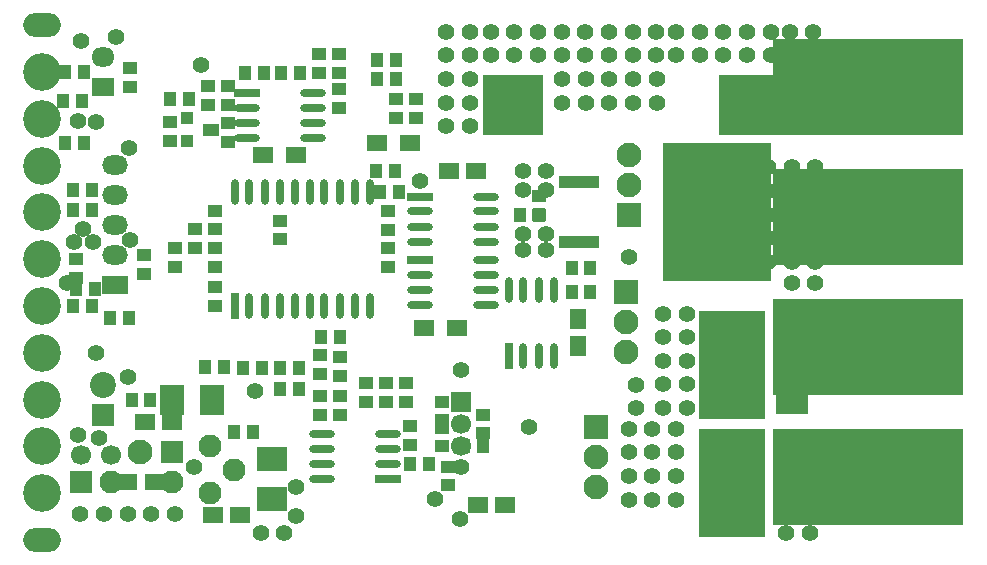
<source format=gts>
%FSLAX42Y42*%
%MOMM*%
G71*
G01*
G75*
%ADD10C,0.45*%
%ADD11R,0.95X0.80*%
%ADD12R,0.80X0.95*%
%ADD13O,2.00X0.50*%
%ADD14R,1.52X1.27*%
%ADD15R,2.00X0.50*%
%ADD16O,0.50X2.00*%
%ADD17R,1.50X1.25*%
%ADD18R,2.54X1.52*%
%ADD19R,1.25X1.50*%
%ADD20R,1.27X0.91*%
%ADD21R,0.91X0.91*%
%ADD22R,0.95X0.90*%
%ADD23R,0.90X0.95*%
%ADD24R,0.50X2.00*%
%ADD25R,2.30X1.90*%
%ADD26R,1.90X2.30*%
%ADD27R,3.20X0.90*%
%ADD28R,9.00X11.50*%
%ADD29C,0.50*%
%ADD30C,0.75*%
%ADD31C,1.90*%
%ADD32C,0.65*%
%ADD33C,1.20*%
%ADD34C,2.15*%
%ADD35R,3.02X1.68*%
%ADD36R,1.90X1.90*%
%ADD37C,3.00*%
%ADD38O,3.00X1.80*%
%ADD39R,16.00X8.00*%
%ADD40R,5.50X9.00*%
%ADD41C,1.90*%
%ADD42R,5.00X5.00*%
%ADD43O,2.00X1.45*%
%ADD44C,1.75*%
%ADD45R,1.75X1.75*%
%ADD46C,1.50*%
%ADD47R,1.75X1.45*%
%ADD48O,1.75X1.45*%
%ADD49R,2.00X1.45*%
%ADD50C,2.00*%
%ADD51R,1.50X1.50*%
%ADD52C,1.20*%
%ADD53R,10.00X3.50*%
%ADD54R,1.15X1.00*%
%ADD55R,1.00X1.15*%
%ADD56O,2.20X0.70*%
%ADD57R,1.73X1.47*%
%ADD58R,2.20X0.70*%
%ADD59O,0.70X2.20*%
%ADD60R,1.70X1.45*%
%ADD61R,2.74X1.73*%
%ADD62R,1.45X1.70*%
%ADD63R,1.47X1.12*%
%ADD64R,1.12X1.12*%
%ADD65R,1.15X1.10*%
%ADD66R,1.10X1.15*%
%ADD67R,0.70X2.20*%
%ADD68R,2.50X2.10*%
%ADD69R,2.10X2.50*%
%ADD70R,3.40X1.10*%
%ADD71R,9.20X11.70*%
%ADD72R,2.10X2.10*%
%ADD73C,3.20*%
%ADD74O,3.20X2.00*%
%ADD75R,16.20X8.20*%
%ADD76R,5.70X9.20*%
%ADD77C,2.10*%
%ADD78R,5.20X5.20*%
%ADD79O,2.20X1.65*%
%ADD80C,1.95*%
%ADD81R,1.95X1.95*%
%ADD82C,1.70*%
%ADD83R,1.95X1.65*%
%ADD84O,1.95X1.65*%
%ADD85R,2.20X1.65*%
%ADD86C,2.20*%
%ADD87R,1.70X1.70*%
%ADD88C,1.40*%
D54*
X8380Y568D02*
D03*
Y728D02*
D03*
X7105Y130D02*
D03*
X5578Y1662D02*
D03*
Y1502D02*
D03*
X5255Y1357D02*
D03*
Y1198D02*
D03*
X5750Y1188D02*
D03*
Y1348D02*
D03*
X6693Y-965D02*
D03*
Y-1125D02*
D03*
X6522Y-965D02*
D03*
Y-1125D02*
D03*
X6693Y-793D02*
D03*
X6522Y-620D02*
D03*
Y-780D02*
D03*
X6693Y-632D02*
D03*
X6685Y1933D02*
D03*
Y1773D02*
D03*
X5470Y292D02*
D03*
Y453D02*
D03*
X5640Y292D02*
D03*
Y133D02*
D03*
X4920Y1812D02*
D03*
Y1652D02*
D03*
X7105Y600D02*
D03*
Y440D02*
D03*
Y290D02*
D03*
X5038Y233D02*
D03*
Y73D02*
D03*
X5640Y-43D02*
D03*
Y-203D02*
D03*
X7088Y-1010D02*
D03*
Y-850D02*
D03*
X7288Y-1380D02*
D03*
Y-1220D02*
D03*
X7607Y-1720D02*
D03*
Y-1560D02*
D03*
X7257Y-850D02*
D03*
Y-1010D02*
D03*
X7335Y1388D02*
D03*
Y1548D02*
D03*
X7903Y-1280D02*
D03*
Y-1120D02*
D03*
X6183Y362D02*
D03*
Y522D02*
D03*
D55*
X8815Y-80D02*
D03*
Y120D02*
D03*
X8218Y568D02*
D03*
X8655Y-80D02*
D03*
X5955Y-1270D02*
D03*
X5795D02*
D03*
X7035Y765D02*
D03*
X7195D02*
D03*
X8655Y120D02*
D03*
X5872Y-725D02*
D03*
X6033D02*
D03*
X7447Y-1543D02*
D03*
X5715Y-720D02*
D03*
X5555D02*
D03*
X6693Y-460D02*
D03*
X6532D02*
D03*
X4353Y1532D02*
D03*
X4512D02*
D03*
X5255Y1550D02*
D03*
X5415D02*
D03*
X4528Y1780D02*
D03*
X4367D02*
D03*
X4930Y-1000D02*
D03*
X5090D02*
D03*
X8378Y568D02*
D03*
X4597Y-200D02*
D03*
X4438D02*
D03*
X4750Y-303D02*
D03*
X4910D02*
D03*
X7288Y-1543D02*
D03*
X7003Y940D02*
D03*
X7903Y-1390D02*
D03*
X7743D02*
D03*
X7162Y940D02*
D03*
X6197Y1773D02*
D03*
X6358D02*
D03*
X6050D02*
D03*
X5890D02*
D03*
X4435Y610D02*
D03*
X4595D02*
D03*
Y782D02*
D03*
X4435D02*
D03*
D56*
X7932Y725D02*
D03*
X7372Y-65D02*
D03*
Y345D02*
D03*
X6543Y-1667D02*
D03*
X6462Y1602D02*
D03*
Y1477D02*
D03*
X5903Y1223D02*
D03*
Y1348D02*
D03*
Y1477D02*
D03*
X7932Y345D02*
D03*
Y190D02*
D03*
Y65D02*
D03*
Y-190D02*
D03*
X7372Y600D02*
D03*
Y470D02*
D03*
X7932Y600D02*
D03*
X7103Y-1412D02*
D03*
X7932Y-65D02*
D03*
X7372Y-190D02*
D03*
Y65D02*
D03*
X7103Y-1543D02*
D03*
Y-1288D02*
D03*
X6543D02*
D03*
Y-1412D02*
D03*
Y-1543D02*
D03*
X7932Y470D02*
D03*
X6462Y1223D02*
D03*
Y1348D02*
D03*
D57*
X7290Y1175D02*
D03*
X7403Y-390D02*
D03*
X7682D02*
D03*
X7011Y1175D02*
D03*
X6320Y1080D02*
D03*
X6041D02*
D03*
D58*
X7372Y190D02*
D03*
X5903Y1602D02*
D03*
X7372Y725D02*
D03*
X7103Y-1667D02*
D03*
D59*
X8503Y-65D02*
D03*
Y-625D02*
D03*
X6947Y762D02*
D03*
X8378Y-65D02*
D03*
X8247D02*
D03*
X6693Y762D02*
D03*
X5928D02*
D03*
X6312D02*
D03*
X6058Y-203D02*
D03*
X6183D02*
D03*
X6312D02*
D03*
X6438D02*
D03*
X6562D02*
D03*
X6693D02*
D03*
X6818D02*
D03*
X6947D02*
D03*
X6818Y762D02*
D03*
X6562D02*
D03*
X6183D02*
D03*
X6058D02*
D03*
X5803D02*
D03*
X8122Y-65D02*
D03*
X8378Y-625D02*
D03*
X8247D02*
D03*
X5928Y-203D02*
D03*
X6438Y762D02*
D03*
D60*
X8093Y-1888D02*
D03*
X7850Y938D02*
D03*
X7620D02*
D03*
X5847Y-1967D02*
D03*
X5617D02*
D03*
X7862Y-1888D02*
D03*
X4895Y-1692D02*
D03*
X5125D02*
D03*
X5272Y-1182D02*
D03*
X5042D02*
D03*
D61*
X10520Y-1375D02*
D03*
Y-1032D02*
D03*
D62*
X8712Y-310D02*
D03*
Y-540D02*
D03*
D63*
X5601Y1291D02*
D03*
D64*
X5397Y1197D02*
D03*
Y1388D02*
D03*
D65*
X5750Y1662D02*
D03*
Y1502D02*
D03*
X6515Y1933D02*
D03*
Y1773D02*
D03*
X5640Y447D02*
D03*
Y607D02*
D03*
X4458Y195D02*
D03*
Y35D02*
D03*
X5295Y130D02*
D03*
Y290D02*
D03*
X6915Y-850D02*
D03*
Y-1010D02*
D03*
X7555Y-1010D02*
D03*
Y-1170D02*
D03*
Y-1390D02*
D03*
Y-1230D02*
D03*
X7168Y1548D02*
D03*
Y1388D02*
D03*
X6685Y1477D02*
D03*
Y1638D02*
D03*
D66*
X6188Y-902D02*
D03*
X6347D02*
D03*
X6350Y-725D02*
D03*
X6190D02*
D03*
X4365Y1175D02*
D03*
X4525D02*
D03*
X4460Y-60D02*
D03*
X4620D02*
D03*
X7168Y1883D02*
D03*
X7007D02*
D03*
Y1720D02*
D03*
X7168D02*
D03*
D67*
X5803Y-203D02*
D03*
X8122Y-625D02*
D03*
D68*
X6120Y-1498D02*
D03*
Y-1838D02*
D03*
D69*
X5612Y-993D02*
D03*
X5272D02*
D03*
D70*
X8718Y342D02*
D03*
X8718Y852D02*
D03*
D71*
X9885Y597D02*
D03*
D72*
X9117Y-80D02*
D03*
X8862Y-1227D02*
D03*
X9145Y568D02*
D03*
D73*
X4175Y1780D02*
D03*
Y1385D02*
D03*
Y988D02*
D03*
Y593D02*
D03*
Y-1785D02*
D03*
Y-595D02*
D03*
Y-200D02*
D03*
Y195D02*
D03*
Y-993D02*
D03*
Y-1388D02*
D03*
D74*
Y-2180D02*
D03*
Y2175D02*
D03*
D75*
X11165Y1652D02*
D03*
Y-1648D02*
D03*
Y-547D02*
D03*
Y553D02*
D03*
D76*
X10015Y-1700D02*
D03*
Y-700D02*
D03*
D77*
X8862Y-1735D02*
D03*
Y-1481D02*
D03*
X9145Y822D02*
D03*
Y1076D02*
D03*
X9117Y-334D02*
D03*
Y-588D02*
D03*
X5000Y-1440D02*
D03*
D78*
X10160Y1502D02*
D03*
X8160D02*
D03*
D79*
X4790Y738D02*
D03*
Y993D02*
D03*
Y482D02*
D03*
Y233D02*
D03*
D80*
X5597Y-1788D02*
D03*
X5592Y-1388D02*
D03*
X5800Y-1588D02*
D03*
X5272Y-1692D02*
D03*
X4755Y-1690D02*
D03*
D81*
X5272Y-1438D02*
D03*
X4692Y-1125D02*
D03*
X4500Y-1690D02*
D03*
D82*
X6120Y-1498D02*
D03*
Y-1838D02*
D03*
X5612Y-993D02*
D03*
X5272D02*
D03*
X4503Y-1462D02*
D03*
X4753D02*
D03*
X7715Y-1390D02*
D03*
Y-1200D02*
D03*
D83*
X4692Y1652D02*
D03*
D84*
Y1908D02*
D03*
D85*
X4790Y-22D02*
D03*
D86*
X4692Y-870D02*
D03*
D87*
X7715Y-1010D02*
D03*
D88*
X10720Y-8D02*
D03*
X10520D02*
D03*
X10720Y973D02*
D03*
Y772D02*
D03*
Y572D02*
D03*
X10520Y772D02*
D03*
Y572D02*
D03*
X10720Y372D02*
D03*
Y173D02*
D03*
X10520Y372D02*
D03*
Y173D02*
D03*
Y973D02*
D03*
X10720Y-208D02*
D03*
Y-407D02*
D03*
X10520Y-208D02*
D03*
Y-407D02*
D03*
X10720Y-607D02*
D03*
Y-807D02*
D03*
X10520Y-607D02*
D03*
Y-807D02*
D03*
Y973D02*
D03*
Y772D02*
D03*
Y572D02*
D03*
X10320Y772D02*
D03*
Y572D02*
D03*
X10520Y372D02*
D03*
Y173D02*
D03*
X10320Y372D02*
D03*
Y173D02*
D03*
Y973D02*
D03*
X8572Y1920D02*
D03*
X8372D02*
D03*
X8172D02*
D03*
X8372Y2120D02*
D03*
X8172D02*
D03*
X7972Y1920D02*
D03*
Y2120D02*
D03*
X8572D02*
D03*
X10340Y1920D02*
D03*
X10140D02*
D03*
X9940D02*
D03*
X10140Y2120D02*
D03*
X9940D02*
D03*
X9740Y1920D02*
D03*
X9540D02*
D03*
X9740Y2120D02*
D03*
X9540D02*
D03*
X10340D02*
D03*
X9372Y1920D02*
D03*
X9172D02*
D03*
X8972D02*
D03*
X9172Y2120D02*
D03*
X8972D02*
D03*
X8772Y1920D02*
D03*
X8572D02*
D03*
X8772Y2120D02*
D03*
X8572D02*
D03*
X9372D02*
D03*
X9375Y1520D02*
D03*
X9175D02*
D03*
X8975D02*
D03*
X9175Y1720D02*
D03*
X8975D02*
D03*
X8775Y1520D02*
D03*
X8575D02*
D03*
X8775Y1720D02*
D03*
X8575D02*
D03*
X9375D02*
D03*
X7793Y2120D02*
D03*
Y1920D02*
D03*
Y1720D02*
D03*
X7593Y1920D02*
D03*
Y1720D02*
D03*
X7793Y1520D02*
D03*
Y1320D02*
D03*
X7593Y1520D02*
D03*
Y1320D02*
D03*
Y2120D02*
D03*
X10703Y2120D02*
D03*
Y1920D02*
D03*
Y1720D02*
D03*
X10503Y1920D02*
D03*
Y1720D02*
D03*
X10703Y1520D02*
D03*
Y1320D02*
D03*
X10503Y1520D02*
D03*
Y1320D02*
D03*
Y2120D02*
D03*
X7710Y-2002D02*
D03*
X6325Y-1975D02*
D03*
X7500Y-1835D02*
D03*
X8297Y-1227D02*
D03*
X7715Y-745D02*
D03*
X6325Y-1733D02*
D03*
X4628Y-603D02*
D03*
X7715Y-1562D02*
D03*
X9145Y215D02*
D03*
X8240Y272D02*
D03*
X8440D02*
D03*
X8240Y940D02*
D03*
Y778D02*
D03*
X8440Y938D02*
D03*
Y778D02*
D03*
X9630Y-1065D02*
D03*
Y-865D02*
D03*
Y-665D02*
D03*
X9630Y-465D02*
D03*
X9630Y-265D02*
D03*
X9430D02*
D03*
Y-465D02*
D03*
Y-665D02*
D03*
Y-865D02*
D03*
Y-1065D02*
D03*
X9520Y167D02*
D03*
Y367D02*
D03*
X9520Y568D02*
D03*
X9520Y768D02*
D03*
X9520Y968D02*
D03*
X9720Y968D02*
D03*
X9920D02*
D03*
X10120Y968D02*
D03*
X10120Y768D02*
D03*
X9720D02*
D03*
X9920D02*
D03*
X9720Y568D02*
D03*
X9920Y568D02*
D03*
X10120Y568D02*
D03*
X10120Y368D02*
D03*
X9920Y367D02*
D03*
X9720D02*
D03*
X9720Y167D02*
D03*
X9920D02*
D03*
X10120Y168D02*
D03*
X7372Y857D02*
D03*
X9140Y-1840D02*
D03*
Y-1640D02*
D03*
Y-1440D02*
D03*
Y-1240D02*
D03*
X9200Y-868D02*
D03*
Y-1065D02*
D03*
X9540Y-1840D02*
D03*
Y-1640D02*
D03*
Y-1440D02*
D03*
Y-1240D02*
D03*
X9340D02*
D03*
Y-1440D02*
D03*
Y-1640D02*
D03*
Y-1840D02*
D03*
X8240Y412D02*
D03*
X8440D02*
D03*
X4385Y-8D02*
D03*
X4912Y1138D02*
D03*
X5978Y-920D02*
D03*
X4480Y1362D02*
D03*
X4628Y1360D02*
D03*
X4520Y455D02*
D03*
X4600Y340D02*
D03*
X4897Y-800D02*
D03*
X4495Y-1960D02*
D03*
X4700D02*
D03*
X4897D02*
D03*
X5092D02*
D03*
X5297D02*
D03*
X6217Y-2120D02*
D03*
X6022D02*
D03*
X5458Y-1560D02*
D03*
X4480Y-1290D02*
D03*
X4650Y-1320D02*
D03*
X4920Y360D02*
D03*
X4440Y342D02*
D03*
X4503Y2040D02*
D03*
X4800Y2080D02*
D03*
X5520Y1837D02*
D03*
X10672Y-1327D02*
D03*
Y-1527D02*
D03*
Y-1727D02*
D03*
Y-1927D02*
D03*
Y-2127D02*
D03*
X10472D02*
D03*
Y-1927D02*
D03*
Y-1727D02*
D03*
Y-1527D02*
D03*
Y-1327D02*
D03*
X9825Y-2080D02*
D03*
M02*

</source>
